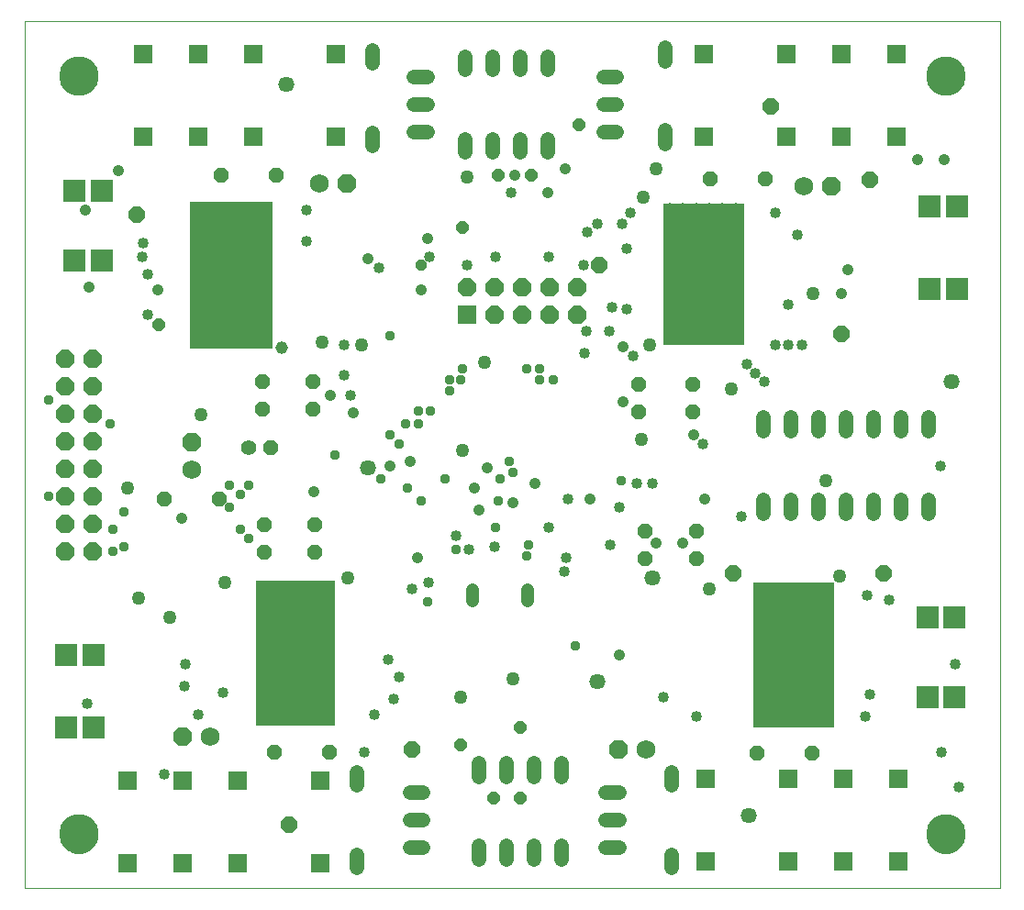
<source format=gbs>
G75*
G70*
%OFA0B0*%
%FSLAX24Y24*%
%IPPOS*%
%LPD*%
%AMOC8*
5,1,8,0,0,1.08239X$1,22.5*
%
%ADD10C,0.0000*%
%ADD11C,0.1438*%
%ADD12R,0.3040X0.5360*%
%ADD13R,0.2960X0.5120*%
%ADD14R,0.2960X0.5280*%
%ADD15R,0.2880X0.5280*%
%ADD16OC8,0.0660*%
%ADD17C,0.0460*%
%ADD18OC8,0.0560*%
%ADD19C,0.0560*%
%ADD20OC8,0.0690*%
%ADD21C,0.0690*%
%ADD22OC8,0.0540*%
%ADD23R,0.0828X0.0828*%
%ADD24R,0.0660X0.0660*%
%ADD25R,0.0710X0.0710*%
%ADD26C,0.0540*%
%ADD27OC8,0.0680*%
%ADD28C,0.0680*%
%ADD29C,0.0575*%
%ADD30C,0.0398*%
%ADD31C,0.0496*%
%ADD32C,0.0417*%
%ADD33C,0.0378*%
%ADD34OC8,0.0575*%
%ADD35OC8,0.0457*%
%ADD36OC8,0.0398*%
%ADD37C,0.0457*%
D10*
X001500Y002461D02*
X001500Y033957D01*
X036933Y033957D01*
X036933Y002461D01*
X001500Y002461D01*
X002780Y004430D02*
X002782Y004482D01*
X002788Y004534D01*
X002798Y004585D01*
X002811Y004635D01*
X002829Y004685D01*
X002850Y004732D01*
X002874Y004778D01*
X002903Y004822D01*
X002934Y004864D01*
X002968Y004903D01*
X003005Y004940D01*
X003045Y004973D01*
X003088Y005004D01*
X003132Y005031D01*
X003178Y005055D01*
X003227Y005075D01*
X003276Y005091D01*
X003327Y005104D01*
X003378Y005113D01*
X003430Y005118D01*
X003482Y005119D01*
X003534Y005116D01*
X003586Y005109D01*
X003637Y005098D01*
X003687Y005084D01*
X003736Y005065D01*
X003783Y005043D01*
X003828Y005018D01*
X003872Y004989D01*
X003913Y004957D01*
X003952Y004922D01*
X003987Y004884D01*
X004020Y004843D01*
X004050Y004801D01*
X004076Y004756D01*
X004099Y004709D01*
X004118Y004660D01*
X004134Y004610D01*
X004146Y004560D01*
X004154Y004508D01*
X004158Y004456D01*
X004158Y004404D01*
X004154Y004352D01*
X004146Y004300D01*
X004134Y004250D01*
X004118Y004200D01*
X004099Y004151D01*
X004076Y004104D01*
X004050Y004059D01*
X004020Y004017D01*
X003987Y003976D01*
X003952Y003938D01*
X003913Y003903D01*
X003872Y003871D01*
X003828Y003842D01*
X003783Y003817D01*
X003736Y003795D01*
X003687Y003776D01*
X003637Y003762D01*
X003586Y003751D01*
X003534Y003744D01*
X003482Y003741D01*
X003430Y003742D01*
X003378Y003747D01*
X003327Y003756D01*
X003276Y003769D01*
X003227Y003785D01*
X003178Y003805D01*
X003132Y003829D01*
X003088Y003856D01*
X003045Y003887D01*
X003005Y003920D01*
X002968Y003957D01*
X002934Y003996D01*
X002903Y004038D01*
X002874Y004082D01*
X002850Y004128D01*
X002829Y004175D01*
X002811Y004225D01*
X002798Y004275D01*
X002788Y004326D01*
X002782Y004378D01*
X002780Y004430D01*
X002780Y031989D02*
X002782Y032041D01*
X002788Y032093D01*
X002798Y032144D01*
X002811Y032194D01*
X002829Y032244D01*
X002850Y032291D01*
X002874Y032337D01*
X002903Y032381D01*
X002934Y032423D01*
X002968Y032462D01*
X003005Y032499D01*
X003045Y032532D01*
X003088Y032563D01*
X003132Y032590D01*
X003178Y032614D01*
X003227Y032634D01*
X003276Y032650D01*
X003327Y032663D01*
X003378Y032672D01*
X003430Y032677D01*
X003482Y032678D01*
X003534Y032675D01*
X003586Y032668D01*
X003637Y032657D01*
X003687Y032643D01*
X003736Y032624D01*
X003783Y032602D01*
X003828Y032577D01*
X003872Y032548D01*
X003913Y032516D01*
X003952Y032481D01*
X003987Y032443D01*
X004020Y032402D01*
X004050Y032360D01*
X004076Y032315D01*
X004099Y032268D01*
X004118Y032219D01*
X004134Y032169D01*
X004146Y032119D01*
X004154Y032067D01*
X004158Y032015D01*
X004158Y031963D01*
X004154Y031911D01*
X004146Y031859D01*
X004134Y031809D01*
X004118Y031759D01*
X004099Y031710D01*
X004076Y031663D01*
X004050Y031618D01*
X004020Y031576D01*
X003987Y031535D01*
X003952Y031497D01*
X003913Y031462D01*
X003872Y031430D01*
X003828Y031401D01*
X003783Y031376D01*
X003736Y031354D01*
X003687Y031335D01*
X003637Y031321D01*
X003586Y031310D01*
X003534Y031303D01*
X003482Y031300D01*
X003430Y031301D01*
X003378Y031306D01*
X003327Y031315D01*
X003276Y031328D01*
X003227Y031344D01*
X003178Y031364D01*
X003132Y031388D01*
X003088Y031415D01*
X003045Y031446D01*
X003005Y031479D01*
X002968Y031516D01*
X002934Y031555D01*
X002903Y031597D01*
X002874Y031641D01*
X002850Y031687D01*
X002829Y031734D01*
X002811Y031784D01*
X002798Y031834D01*
X002788Y031885D01*
X002782Y031937D01*
X002780Y031989D01*
X034276Y031989D02*
X034278Y032041D01*
X034284Y032093D01*
X034294Y032144D01*
X034307Y032194D01*
X034325Y032244D01*
X034346Y032291D01*
X034370Y032337D01*
X034399Y032381D01*
X034430Y032423D01*
X034464Y032462D01*
X034501Y032499D01*
X034541Y032532D01*
X034584Y032563D01*
X034628Y032590D01*
X034674Y032614D01*
X034723Y032634D01*
X034772Y032650D01*
X034823Y032663D01*
X034874Y032672D01*
X034926Y032677D01*
X034978Y032678D01*
X035030Y032675D01*
X035082Y032668D01*
X035133Y032657D01*
X035183Y032643D01*
X035232Y032624D01*
X035279Y032602D01*
X035324Y032577D01*
X035368Y032548D01*
X035409Y032516D01*
X035448Y032481D01*
X035483Y032443D01*
X035516Y032402D01*
X035546Y032360D01*
X035572Y032315D01*
X035595Y032268D01*
X035614Y032219D01*
X035630Y032169D01*
X035642Y032119D01*
X035650Y032067D01*
X035654Y032015D01*
X035654Y031963D01*
X035650Y031911D01*
X035642Y031859D01*
X035630Y031809D01*
X035614Y031759D01*
X035595Y031710D01*
X035572Y031663D01*
X035546Y031618D01*
X035516Y031576D01*
X035483Y031535D01*
X035448Y031497D01*
X035409Y031462D01*
X035368Y031430D01*
X035324Y031401D01*
X035279Y031376D01*
X035232Y031354D01*
X035183Y031335D01*
X035133Y031321D01*
X035082Y031310D01*
X035030Y031303D01*
X034978Y031300D01*
X034926Y031301D01*
X034874Y031306D01*
X034823Y031315D01*
X034772Y031328D01*
X034723Y031344D01*
X034674Y031364D01*
X034628Y031388D01*
X034584Y031415D01*
X034541Y031446D01*
X034501Y031479D01*
X034464Y031516D01*
X034430Y031555D01*
X034399Y031597D01*
X034370Y031641D01*
X034346Y031687D01*
X034325Y031734D01*
X034307Y031784D01*
X034294Y031834D01*
X034284Y031885D01*
X034278Y031937D01*
X034276Y031989D01*
X034276Y004430D02*
X034278Y004482D01*
X034284Y004534D01*
X034294Y004585D01*
X034307Y004635D01*
X034325Y004685D01*
X034346Y004732D01*
X034370Y004778D01*
X034399Y004822D01*
X034430Y004864D01*
X034464Y004903D01*
X034501Y004940D01*
X034541Y004973D01*
X034584Y005004D01*
X034628Y005031D01*
X034674Y005055D01*
X034723Y005075D01*
X034772Y005091D01*
X034823Y005104D01*
X034874Y005113D01*
X034926Y005118D01*
X034978Y005119D01*
X035030Y005116D01*
X035082Y005109D01*
X035133Y005098D01*
X035183Y005084D01*
X035232Y005065D01*
X035279Y005043D01*
X035324Y005018D01*
X035368Y004989D01*
X035409Y004957D01*
X035448Y004922D01*
X035483Y004884D01*
X035516Y004843D01*
X035546Y004801D01*
X035572Y004756D01*
X035595Y004709D01*
X035614Y004660D01*
X035630Y004610D01*
X035642Y004560D01*
X035650Y004508D01*
X035654Y004456D01*
X035654Y004404D01*
X035650Y004352D01*
X035642Y004300D01*
X035630Y004250D01*
X035614Y004200D01*
X035595Y004151D01*
X035572Y004104D01*
X035546Y004059D01*
X035516Y004017D01*
X035483Y003976D01*
X035448Y003938D01*
X035409Y003903D01*
X035368Y003871D01*
X035324Y003842D01*
X035279Y003817D01*
X035232Y003795D01*
X035183Y003776D01*
X035133Y003762D01*
X035082Y003751D01*
X035030Y003744D01*
X034978Y003741D01*
X034926Y003742D01*
X034874Y003747D01*
X034823Y003756D01*
X034772Y003769D01*
X034723Y003785D01*
X034674Y003805D01*
X034628Y003829D01*
X034584Y003856D01*
X034541Y003887D01*
X034501Y003920D01*
X034464Y003957D01*
X034430Y003996D01*
X034399Y004038D01*
X034370Y004082D01*
X034346Y004128D01*
X034325Y004175D01*
X034307Y004225D01*
X034294Y004275D01*
X034284Y004326D01*
X034278Y004378D01*
X034276Y004430D01*
D11*
X034965Y004430D03*
X034965Y031989D03*
X003469Y031989D03*
X003469Y004430D03*
D12*
X009020Y024741D03*
D13*
X026180Y024781D03*
D14*
X029460Y010941D03*
D15*
X011340Y011021D03*
D16*
X003969Y014709D03*
X003969Y015709D03*
X003969Y016709D03*
X003969Y017709D03*
X003969Y018709D03*
X003969Y019709D03*
X003969Y020709D03*
X003969Y021709D03*
X002969Y021709D03*
X002969Y020709D03*
X002969Y019709D03*
X002969Y018709D03*
X002969Y017709D03*
X002969Y016709D03*
X002969Y015709D03*
X002969Y014709D03*
X017580Y024321D03*
X018580Y024321D03*
X018580Y023321D03*
X019580Y023321D03*
X020580Y023321D03*
X021580Y023321D03*
X021580Y024321D03*
X020580Y024321D03*
X019580Y024321D03*
D17*
X019765Y013314D02*
X019765Y012914D01*
X017765Y012914D02*
X017765Y013314D01*
D18*
X010432Y018487D03*
D19*
X009632Y018487D03*
D20*
X007570Y018674D03*
D21*
X007570Y017674D03*
D22*
X006580Y016621D03*
X008580Y016621D03*
X010220Y015681D03*
X010220Y014681D03*
X012060Y014681D03*
X012060Y015681D03*
X011980Y019881D03*
X011980Y020881D03*
X010140Y020881D03*
X010140Y019881D03*
X010660Y028381D03*
X008660Y028381D03*
X023828Y020782D03*
X023828Y019782D03*
X025785Y019782D03*
X025785Y020782D03*
X025900Y015441D03*
X025900Y014441D03*
X024060Y014441D03*
X024060Y015441D03*
X028100Y007381D03*
X030100Y007381D03*
X012580Y007421D03*
X010580Y007421D03*
X026427Y028234D03*
X028427Y028234D03*
D23*
X034397Y027237D03*
X035381Y027237D03*
X035381Y024226D03*
X034397Y024226D03*
X034300Y012301D03*
X035284Y012301D03*
X035284Y009421D03*
X034300Y009421D03*
X004300Y025261D03*
X003316Y025261D03*
X003316Y027821D03*
X004300Y027821D03*
X004004Y010941D03*
X003020Y010941D03*
X003020Y008301D03*
X004004Y008301D03*
D24*
X017580Y023321D03*
D25*
X012820Y029761D03*
X009820Y029761D03*
X007820Y029761D03*
X005820Y029761D03*
X005820Y032761D03*
X007820Y032761D03*
X009820Y032761D03*
X012820Y032761D03*
X026180Y032761D03*
X026180Y029761D03*
X029180Y029761D03*
X031180Y029761D03*
X033180Y029761D03*
X033180Y032761D03*
X031180Y032761D03*
X029180Y032761D03*
X029260Y006441D03*
X031260Y006441D03*
X033260Y006441D03*
X033260Y003441D03*
X031260Y003441D03*
X029260Y003441D03*
X026260Y003441D03*
X026260Y006441D03*
X012260Y006361D03*
X012260Y003361D03*
X009260Y003361D03*
X007260Y003361D03*
X005260Y003361D03*
X005260Y006361D03*
X007260Y006361D03*
X009260Y006361D03*
D26*
X013580Y006201D02*
X013580Y006681D01*
X015500Y005941D02*
X015980Y005941D01*
X015980Y004941D02*
X015500Y004941D01*
X015500Y003941D02*
X015980Y003941D01*
X018000Y004001D02*
X018000Y003521D01*
X019000Y003521D02*
X019000Y004001D01*
X020000Y004001D02*
X020000Y003521D01*
X021000Y003521D02*
X021000Y004001D01*
X022620Y003941D02*
X023100Y003941D01*
X023100Y004941D02*
X022620Y004941D01*
X022620Y005941D02*
X023100Y005941D01*
X025020Y006201D02*
X025020Y006681D01*
X025020Y003681D02*
X025020Y003201D01*
X021000Y006521D02*
X021000Y007001D01*
X020000Y007001D02*
X020000Y006521D01*
X019000Y006521D02*
X019000Y007001D01*
X018000Y007001D02*
X018000Y006521D01*
X013580Y003681D02*
X013580Y003201D01*
X028340Y016081D02*
X028340Y016561D01*
X029340Y016561D02*
X029340Y016081D01*
X030340Y016081D02*
X030340Y016561D01*
X031340Y016561D02*
X031340Y016081D01*
X032340Y016081D02*
X032340Y016561D01*
X033340Y016561D02*
X033340Y016081D01*
X034340Y016081D02*
X034340Y016561D01*
X034340Y019081D02*
X034340Y019561D01*
X033340Y019561D02*
X033340Y019081D01*
X032340Y019081D02*
X032340Y019561D01*
X031340Y019561D02*
X031340Y019081D01*
X030340Y019081D02*
X030340Y019561D01*
X029340Y019561D02*
X029340Y019081D01*
X028340Y019081D02*
X028340Y019561D01*
X020520Y029201D02*
X020520Y029681D01*
X019520Y029681D02*
X019520Y029201D01*
X018520Y029201D02*
X018520Y029681D01*
X017520Y029681D02*
X017520Y029201D01*
X016140Y029941D02*
X015660Y029941D01*
X015660Y030941D02*
X016140Y030941D01*
X016140Y031941D02*
X015660Y031941D01*
X014140Y032441D02*
X014140Y032921D01*
X014140Y029921D02*
X014140Y029441D01*
X017520Y032201D02*
X017520Y032681D01*
X018520Y032681D02*
X018520Y032201D01*
X019520Y032201D02*
X019520Y032681D01*
X020520Y032681D02*
X020520Y032201D01*
X022540Y031941D02*
X023020Y031941D01*
X023020Y030941D02*
X022540Y030941D01*
X022540Y029941D02*
X023020Y029941D01*
X024780Y030001D02*
X024780Y029521D01*
X024780Y032521D02*
X024780Y033001D01*
D27*
X030800Y027981D03*
X013200Y028061D03*
X007240Y007981D03*
X023080Y007501D03*
D28*
X024080Y007501D03*
X008240Y007981D03*
X012200Y028061D03*
X029800Y027981D03*
D29*
X035180Y020861D03*
X024300Y013741D03*
X022300Y009981D03*
X027820Y005101D03*
X013980Y017741D03*
X011020Y031661D03*
D30*
X010220Y027181D03*
X009740Y027181D03*
X009740Y026701D03*
X009740Y026221D03*
X009740Y025741D03*
X010220Y025741D03*
X010220Y026221D03*
X010220Y026701D03*
X009260Y026701D03*
X009260Y026221D03*
X009260Y025741D03*
X008780Y025741D03*
X008300Y025741D03*
X007820Y025741D03*
X007820Y026221D03*
X008300Y026221D03*
X008780Y026221D03*
X008780Y026701D03*
X008300Y026701D03*
X007820Y026701D03*
X007820Y027181D03*
X008300Y027181D03*
X008780Y027181D03*
X009260Y027181D03*
X009260Y025261D03*
X009260Y024781D03*
X009260Y024301D03*
X008780Y024301D03*
X008300Y024301D03*
X007820Y024301D03*
X007820Y024781D03*
X008300Y024781D03*
X008780Y024781D03*
X008780Y025261D03*
X008300Y025261D03*
X007820Y025261D03*
X007820Y023821D03*
X007820Y023341D03*
X007820Y022861D03*
X008300Y022861D03*
X008780Y022861D03*
X009260Y022861D03*
X009260Y023341D03*
X008780Y023341D03*
X008300Y023341D03*
X008300Y023821D03*
X008780Y023821D03*
X009260Y023821D03*
X009740Y023821D03*
X009740Y023341D03*
X009740Y022861D03*
X010220Y022861D03*
X010220Y023341D03*
X010220Y023821D03*
X010220Y024301D03*
X009740Y024301D03*
X009740Y024781D03*
X010220Y024781D03*
X010220Y025261D03*
X009740Y025261D03*
X011740Y025981D03*
X011740Y027101D03*
X014380Y025021D03*
X016220Y025421D03*
X017580Y025101D03*
X018620Y025421D03*
X020540Y025421D03*
X021820Y025101D03*
X021940Y026301D03*
X022300Y026621D03*
X023220Y026621D03*
X023500Y027021D03*
X023380Y025701D03*
X024940Y025741D03*
X025420Y025741D03*
X025900Y025741D03*
X025900Y026221D03*
X025420Y026221D03*
X024940Y026221D03*
X024940Y026701D03*
X025420Y026701D03*
X025900Y026701D03*
X026380Y026701D03*
X026380Y026221D03*
X026380Y025741D03*
X026860Y025741D03*
X027340Y025741D03*
X027340Y026221D03*
X026860Y026221D03*
X026860Y026701D03*
X027340Y026701D03*
X027340Y027181D03*
X026860Y027181D03*
X026380Y027181D03*
X025900Y027181D03*
X025420Y027181D03*
X024940Y027181D03*
X024940Y025261D03*
X024940Y024781D03*
X024940Y024301D03*
X025420Y024301D03*
X025900Y024301D03*
X025900Y024781D03*
X025420Y024781D03*
X025420Y025261D03*
X025900Y025261D03*
X026380Y025261D03*
X026380Y024781D03*
X026380Y024301D03*
X026860Y024301D03*
X027340Y024301D03*
X027340Y024781D03*
X026860Y024781D03*
X026860Y025261D03*
X027340Y025261D03*
X027340Y023821D03*
X027340Y023341D03*
X027340Y022861D03*
X026860Y022861D03*
X026380Y022861D03*
X026380Y023341D03*
X026860Y023341D03*
X026860Y023821D03*
X026380Y023821D03*
X025900Y023821D03*
X025900Y023341D03*
X025900Y022861D03*
X025420Y022861D03*
X024940Y022861D03*
X024940Y023341D03*
X025420Y023341D03*
X025420Y023821D03*
X024940Y023821D03*
X023380Y023501D03*
X022860Y023581D03*
X022740Y022701D03*
X021900Y022701D03*
X021860Y021901D03*
X023620Y021821D03*
X026140Y018621D03*
X024300Y017181D03*
X023740Y017181D03*
X023100Y016301D03*
X022780Y014941D03*
X021180Y014461D03*
X021100Y013981D03*
X020540Y015581D03*
X021260Y016621D03*
X018580Y014861D03*
X017660Y014781D03*
X017180Y015261D03*
X016180Y013581D03*
X015580Y013341D03*
X014700Y010781D03*
X015100Y010141D03*
X014900Y009341D03*
X014220Y008781D03*
X013860Y007421D03*
X012540Y008621D03*
X012060Y008621D03*
X011580Y008621D03*
X011100Y008621D03*
X010620Y008621D03*
X010140Y008621D03*
X010140Y009101D03*
X010620Y009101D03*
X011100Y009101D03*
X011580Y009101D03*
X011580Y009581D03*
X011100Y009581D03*
X010620Y009581D03*
X010140Y009581D03*
X010140Y010061D03*
X010620Y010061D03*
X011100Y010061D03*
X011580Y010061D03*
X012060Y010061D03*
X012060Y009581D03*
X012060Y009101D03*
X012540Y009101D03*
X012540Y009581D03*
X012540Y010061D03*
X012540Y010541D03*
X012060Y010541D03*
X012060Y011021D03*
X012540Y011021D03*
X012540Y011501D03*
X012060Y011501D03*
X011580Y011501D03*
X011580Y011021D03*
X011580Y010541D03*
X011100Y010541D03*
X010620Y010541D03*
X010140Y010541D03*
X010140Y011021D03*
X010620Y011021D03*
X011100Y011021D03*
X011100Y011501D03*
X010620Y011501D03*
X010140Y011501D03*
X010140Y011981D03*
X010620Y011981D03*
X011100Y011981D03*
X011580Y011981D03*
X011580Y012461D03*
X011100Y012461D03*
X010620Y012461D03*
X010140Y012461D03*
X010140Y012941D03*
X010620Y012941D03*
X011100Y012941D03*
X011580Y012941D03*
X012060Y012941D03*
X012060Y012461D03*
X012060Y011981D03*
X012540Y011981D03*
X012540Y012461D03*
X012540Y012941D03*
X012540Y013421D03*
X012060Y013421D03*
X011580Y013421D03*
X011100Y013421D03*
X010620Y013421D03*
X010140Y013421D03*
X007340Y010621D03*
X007300Y009821D03*
X007820Y008781D03*
X008700Y009581D03*
X006580Y006621D03*
X003780Y009181D03*
X013340Y020381D03*
X013100Y021101D03*
X013100Y022221D03*
X010220Y022381D03*
X009740Y022381D03*
X009260Y022381D03*
X008780Y022381D03*
X008300Y022381D03*
X007820Y022381D03*
X005980Y023301D03*
X005980Y024781D03*
X005780Y025421D03*
X005820Y025901D03*
X019180Y027741D03*
X027740Y021501D03*
X028060Y021181D03*
X028380Y020861D03*
X028780Y022221D03*
X029260Y022221D03*
X029740Y022221D03*
X029260Y023661D03*
X029580Y026221D03*
X028780Y027021D03*
X034780Y017821D03*
X032100Y013101D03*
X032900Y012941D03*
X030620Y012861D03*
X030620Y012381D03*
X030140Y012381D03*
X029660Y012381D03*
X029180Y012381D03*
X028700Y012381D03*
X028700Y012861D03*
X029180Y012861D03*
X029660Y012861D03*
X030140Y012861D03*
X030140Y013341D03*
X029660Y013341D03*
X029180Y013341D03*
X028700Y013341D03*
X028220Y013341D03*
X028220Y012861D03*
X028220Y012381D03*
X028220Y011901D03*
X028220Y011421D03*
X028220Y010941D03*
X028220Y010461D03*
X028220Y009981D03*
X028220Y009501D03*
X028220Y009021D03*
X028220Y008541D03*
X028700Y008541D03*
X029180Y008541D03*
X029660Y008541D03*
X030140Y008541D03*
X030620Y008541D03*
X030620Y009021D03*
X030140Y009021D03*
X029660Y009021D03*
X029180Y009021D03*
X028700Y009021D03*
X028700Y009501D03*
X029180Y009501D03*
X029660Y009501D03*
X030140Y009501D03*
X030620Y009501D03*
X030620Y009981D03*
X030140Y009981D03*
X029660Y009981D03*
X029180Y009981D03*
X028700Y009981D03*
X028700Y010461D03*
X029180Y010461D03*
X029660Y010461D03*
X030140Y010461D03*
X030620Y010461D03*
X030620Y010941D03*
X030140Y010941D03*
X029660Y010941D03*
X029180Y010941D03*
X028700Y010941D03*
X028700Y011421D03*
X029180Y011421D03*
X029660Y011421D03*
X030140Y011421D03*
X030620Y011421D03*
X030620Y011901D03*
X030140Y011901D03*
X029660Y011901D03*
X029180Y011901D03*
X028700Y011901D03*
X030620Y013341D03*
X027540Y015981D03*
X024700Y009421D03*
X025900Y008701D03*
X032060Y008701D03*
X032220Y009501D03*
X034820Y007421D03*
X035460Y006141D03*
X035300Y010621D03*
D31*
X031100Y013821D03*
X030620Y017261D03*
X027180Y020621D03*
X024220Y022221D03*
X023900Y018781D03*
X018220Y021581D03*
X017420Y018381D03*
X013740Y022221D03*
X012300Y022301D03*
X007900Y019661D03*
X005260Y017021D03*
X008780Y013581D03*
X006780Y012301D03*
X005660Y013021D03*
X013260Y013741D03*
X017340Y009421D03*
X019260Y010061D03*
X026380Y013341D03*
X030140Y024061D03*
X024460Y028621D03*
X023980Y027581D03*
X017580Y028301D03*
D32*
X019300Y028381D03*
X020500Y027741D03*
X021140Y028621D03*
X016140Y026061D03*
X015900Y024221D03*
X013980Y025341D03*
X012620Y020381D03*
X013460Y019741D03*
X014780Y017821D03*
X015500Y017981D03*
X017860Y017021D03*
X018300Y017741D03*
X019260Y016461D03*
X020060Y017181D03*
X022060Y016621D03*
X024460Y015021D03*
X025420Y015021D03*
X026220Y016621D03*
X025820Y018941D03*
X023260Y020141D03*
X023260Y022141D03*
X018020Y016221D03*
X015780Y014461D03*
X012020Y016861D03*
X007220Y015901D03*
X006340Y024221D03*
X003860Y024301D03*
X003700Y027101D03*
X004900Y028541D03*
X023100Y010941D03*
X031180Y024061D03*
X031420Y024941D03*
X033940Y028941D03*
X034900Y028941D03*
D33*
X023180Y017261D03*
X019820Y014941D03*
X019740Y014541D03*
X018620Y015581D03*
X018700Y016541D03*
X018780Y017341D03*
X019260Y017581D03*
X019100Y017981D03*
X016780Y017341D03*
X015900Y016541D03*
X015420Y017021D03*
X014460Y017341D03*
X015100Y018621D03*
X014780Y018941D03*
X015340Y019341D03*
X015820Y019341D03*
X015820Y019821D03*
X016260Y019821D03*
X016940Y020541D03*
X016940Y020941D03*
X017340Y020941D03*
X017420Y021341D03*
X019740Y021341D03*
X020220Y021341D03*
X020220Y020941D03*
X020700Y020941D03*
X014780Y022541D03*
X012780Y018221D03*
X009660Y017101D03*
X009340Y016781D03*
X008940Y017101D03*
X008940Y016301D03*
X009340Y015501D03*
X009660Y015181D03*
X005100Y014861D03*
X004700Y014701D03*
X004700Y015501D03*
X005100Y016141D03*
X002380Y016701D03*
X004620Y019341D03*
X002380Y020221D03*
X016140Y012861D03*
X017180Y014781D03*
X021500Y011261D03*
D34*
X027260Y013901D03*
X032700Y013901D03*
X031180Y022621D03*
X032220Y028221D03*
X028620Y030861D03*
X022380Y025101D03*
X005580Y026941D03*
X015580Y007501D03*
X011100Y004781D03*
D35*
X017340Y007661D03*
X019500Y008301D03*
X019500Y005741D03*
X018540Y005741D03*
X006380Y022941D03*
X017420Y026461D03*
X018700Y028381D03*
X019900Y028381D03*
X021660Y030221D03*
D36*
X015900Y025101D03*
D37*
X010860Y022101D03*
M02*

</source>
